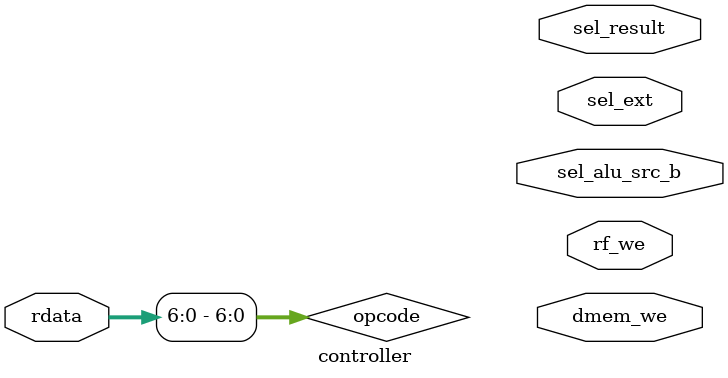
<source format=v>
module controller (
    input [31:0] rdata,
    output reg rf_we,
    output reg sel_result,
    output reg dmem_we,
    output reg sel_alu_src_b,
    output reg sel_ext
);
    // as used in instruction_memory, the rdata can be divided into their respective formats:
    // where opcode is the first element of the array
    wire[6:0] opcode;
    assign opcode = rdata[6:0];

endmodule
</source>
